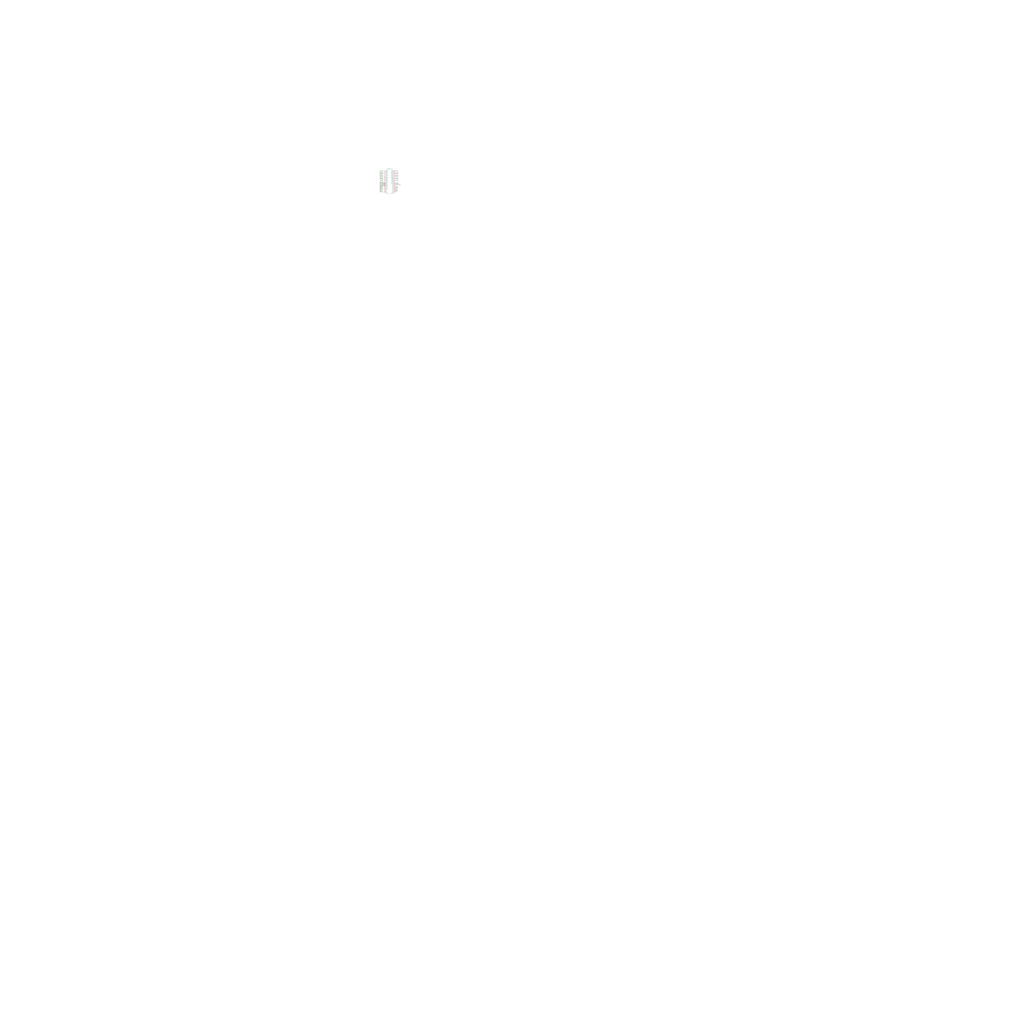
<source format=kicad_sch>
(kicad_sch (version 20231120) (generator "eeschema") (generator_version "8.0")
  (paper "User" 3048 3048)
  (lib_symbols
    (symbol "AS4C8M16SA-6TCN:AS4C8M16SA-6TCN" (pin_names (offset 0.762))
      (property "Reference" "IC" (at 29.21 7.62 0))
      (property "Value" "AS4C8M16SA-6TCN" (at 29.21 5.08 0))
      (symbol "AS4C8M16SA-6TCN_0_0"
        (pin passive line (at 0 0 0) (length 5.08) (name "VDD_1") (number "1"))
        (pin passive line (at 0 -22.86 0) (length 5.08) (name "DQ5") (number "10"))
        (pin passive line (at 0 -25.4 0) (length 5.08) (name "DQ6") (number "11"))
        (pin passive line (at 0 -27.94 0) (length 5.08) (name "VSSQ_2") (number "12"))
        (pin passive line (at 0 -30.48 0) (length 5.08) (name "DQ7") (number "13"))
        (pin passive line (at 0 -33.02 0) (length 5.08) (name "VDD_2") (number "14"))
        (pin passive line (at 0 -35.56 0) (length 5.08) (name "LDQM") (number "15"))
        (pin passive line (at 0 -38.1 0) (length 5.08) (name "WE#") (number "16"))
        (pin passive line (at 0 -40.64 0) (length 5.08) (name "CAS#") (number "17"))
        (pin passive line (at 0 -43.18 0) (length 5.08) (name "RAS#") (number "18"))
        (pin passive line (at 0 -45.72 0) (length 5.08) (name "CS#") (number "19"))
        (pin passive line (at 0 -2.54 0) (length 5.08) (name "DQ0") (number "2"))
        (pin passive line (at 0 -48.26 0) (length 5.08) (name "BA0") (number "20"))
        (pin passive line (at 0 -50.8 0) (length 5.08) (name "BA1") (number "21"))
        (pin passive line (at 0 -53.34 0) (length 5.08) (name "A10/AP") (number "22"))
        (pin passive line (at 0 -55.88 0) (length 5.08) (name "A0") (number "23"))
        (pin passive line (at 0 -58.42 0) (length 5.08) (name "A1") (number "24"))
        (pin passive line (at 0 -60.96 0) (length 5.08) (name "A2") (number "25"))
        (pin passive line (at 0 -63.5 0) (length 5.08) (name "A3") (number "26"))
        (pin passive line (at 0 -66.04 0) (length 5.08) (name "VDD_3") (number "27"))
        (pin passive line (at 33.02 -66.04 180) (length 5.08) (name "VSS_1") (number "28"))
        (pin passive line (at 33.02 -63.5 180) (length 5.08) (name "A4") (number "29"))
        (pin passive line (at 0 -5.08 0) (length 5.08) (name "VDDQ_1") (number "3"))
        (pin passive line (at 33.02 -60.96 180) (length 5.08) (name "A5") (number "30"))
        (pin passive line (at 33.02 -58.42 180) (length 5.08) (name "A6") (number "31"))
        (pin passive line (at 33.02 -55.88 180) (length 5.08) (name "A7") (number "32"))
        (pin passive line (at 33.02 -53.34 180) (length 5.08) (name "A8") (number "33"))
        (pin passive line (at 33.02 -50.8 180) (length 5.08) (name "A9") (number "34"))
        (pin passive line (at 33.02 -48.26 180) (length 5.08) (name "A11") (number "35"))
        (pin no_connect line (at 33.02 -45.72 180) (length 5.08) (name "NC") (number "36"))
        (pin passive line (at 33.02 -43.18 180) (length 5.08) (name "CKE") (number "37"))
        (pin passive line (at 33.02 -40.64 180) (length 5.08) (name "CLK") (number "38"))
        (pin passive line (at 33.02 -38.1 180) (length 5.08) (name "UDQM") (number "39"))
        (pin passive line (at 0 -7.62 0) (length 5.08) (name "DQ1") (number "4"))
        (pin passive line (at 33.02 -35.56 180) (length 5.08) (name "NC/RFU") (number "40"))
        (pin passive line (at 33.02 -33.02 180) (length 5.08) (name "VSS_2") (number "41"))
        (pin passive line (at 33.02 -30.48 180) (length 5.08) (name "DQ8") (number "42"))
        (pin passive line (at 33.02 -27.94 180) (length 5.08) (name "VDDQ_3") (number "43"))
        (pin passive line (at 33.02 -25.4 180) (length 5.08) (name "DQ9") (number "44"))
        (pin passive line (at 33.02 -22.86 180) (length 5.08) (name "DQ10") (number "45"))
        (pin passive line (at 33.02 -20.32 180) (length 5.08) (name "VSSQ_3") (number "46"))
        (pin passive line (at 33.02 -17.78 180) (length 5.08) (name "DQ11") (number "47"))
        (pin passive line (at 33.02 -15.24 180) (length 5.08) (name "DQ12") (number "48"))
        (pin passive line (at 33.02 -12.7 180) (length 5.08) (name "VDDQ_4") (number "49"))
        (pin passive line (at 0 -10.16 0) (length 5.08) (name "DQ2") (number "5"))
        (pin passive line (at 33.02 -10.16 180) (length 5.08) (name "DQ13") (number "50"))
        (pin passive line (at 33.02 -7.62 180) (length 5.08) (name "DQ14") (number "51"))
        (pin passive line (at 33.02 -5.08 180) (length 5.08) (name "VSSQ_4") (number "52"))
        (pin passive line (at 33.02 -2.54 180) (length 5.08) (name "DQ15") (number "53"))
        (pin passive line (at 33.02 0 180) (length 5.08) (name "VSS_3") (number "54"))
        (pin passive line (at 0 -12.7 0) (length 5.08) (name "VSSQ_1") (number "6"))
        (pin passive line (at 0 -15.24 0) (length 5.08) (name "DQ3") (number "7"))
        (pin passive line (at 0 -17.78 0) (length 5.08) (name "DQ4") (number "8"))
        (pin passive line (at 0 -20.32 0) (length 5.08) (name "VDDQ_2") (number "9"))
      )
      (symbol "AS4C8M16SA-6TCN_0_1"
        (polyline (pts (xy 5.08 2.54) (xy 27.94 2.54) (xy 27.94 -68.58) (xy 5.08 -68.58) (xy 5.08 2.54)) (stroke (width 0.1524)))
      )
    )
  )
  (wire (pts (xy 1130.3 538.48) (xy 1143 538.48)))
  (wire (pts (xy 1130.3 541.02) (xy 1143 541.02)))
  (wire (pts (xy 1130.3 574.04) (xy 1143 574.04)))
  (wire (pts (xy 1130.3 563.88) (xy 1143 563.88)))
  (wire (pts (xy 1130.3 530.86) (xy 1143 530.86)))
  (wire (pts (xy 1130.3 561.34) (xy 1143 561.34)))
  (wire (pts (xy 1130.3 546.1) (xy 1143 546.1)))
  (wire (pts (xy 1130.3 558.8) (xy 1143 558.8)))
  (wire (pts (xy 1130.3 513.08) (xy 1143 513.08)))
  (wire (pts (xy 1130.3 543.56) (xy 1143 543.56)))
  (wire (pts (xy 1130.3 515.62) (xy 1143 515.62)))
  (wire (pts (xy 1130.3 518.16) (xy 1143 518.16)))
  (wire (pts (xy 1130.3 548.64) (xy 1143 548.64)))
  (wire (pts (xy 1130.3 556.26) (xy 1143 556.26)))
  (wire (pts (xy 1130.3 568.96) (xy 1143 568.96)))
  (wire (pts (xy 1130.3 533.4) (xy 1143 533.4)))
  (wire (pts (xy 1130.3 523.24) (xy 1143 523.24)))
  (wire (pts (xy 1130.3 553.72) (xy 1143 553.72)))
  (wire (pts (xy 1130.3 566.42) (xy 1143 566.42)))
  (wire (pts (xy 1130.3 510.54) (xy 1143 510.54)))
  (wire (pts (xy 1130.3 528.32) (xy 1143 528.32)))
  (wire (pts (xy 1130.3 525.78) (xy 1143 525.78)))
  (wire (pts (xy 1130.3 571.5) (xy 1143 571.5)))
  (wire (pts (xy 1130.3 520.7) (xy 1143 520.7)))
  (wire (pts (xy 1130.3 551.18) (xy 1143 551.18)))
  (wire (pts (xy 1130.3 535.94) (xy 1143 535.94)))
  (wire (pts (xy 1130.3 508) (xy 1143 508)))
  (label "RAM_DQ15" (at 1176.02 510.54 0))
  (label "RAM_DQ5" (at 1130.3 530.86 0))
  (label "RAM_A9" (at 1176.02 558.8 0))
  (label "RAM_A0" (at 1130.3 563.88 0))
  (label "RAM_ClockEnable" (at 1176.02 551.18 0))
  (label "RAM_A2" (at 1130.3 568.96 0))
  (label "RAM_DQ10" (at 1176.02 530.86 0))
  (label "RAM_Clock" (at 1176.02 548.64 0))
  (label "RAM_A6" (at 1176.02 566.42 0))
  (label "RAM_A5" (at 1176.02 568.96 0))
  (label "RAM_BA0" (at 1130.3 556.26 0))
  (label "RAM_WriteEnable" (at 1130.3 546.1 0))
  (label "RAM_UDQM" (at 1176.02 546.1 0))
  (label "RAM_A10" (at 1130.3 561.34 0))
  (label "RAM_DQ9" (at 1176.02 533.4 0))
  (label "RAM_LDQM" (at 1130.3 543.56 0))
  (label "RAM_A4" (at 1176.02 571.5 0))
  (label "RAM_ChipEnable" (at 1130.3 553.72 0))
  (label "RAM_ColumnStrobe" (at 1130.3 548.64 0))
  (label "RAM_A11" (at 1176.02 556.26 0))
  (label "RAM_DQ4" (at 1130.3 525.78 0))
  (label "RAM_DQ1" (at 1130.3 515.62 0) (effects (font (thickness 0.1588))))
  (label "RAM_DQ11" (at 1176.02 525.78 0))
  (label "RAM_DQ3" (at 1130.3 523.24 0))
  (label "RAM_A3" (at 1130.3 571.5 0))
  (label "RAM_DQ12" (at 1176.02 523.24 0))
  (label "RAM_DQ0" (at 1130.3 510.54 0))
  (label "RAM_DQ13" (at 1176.02 518.16 0))
  (label "RAM_DQ7" (at 1130.3 538.48 0))
  (label "RAM_DQ8" (at 1176.02 538.48 0))
  (label "RAM_DQ2" (at 1130.3 518.16 0))
  (label "RAM_A1" (at 1130.3 566.42 0))
  (label "RAM_DQ14" (at 1176.02 515.62 0))
  (label "RAM_A8" (at 1176.02 561.34 0))
  (label "RAM_A7" (at 1176.02 563.88 0))
  (label "RAM_BA1" (at 1130.3 558.8 0))
  (label "RAM_DQ6" (at 1130.3 533.4 0))
  (label "RAM_RowStrobe" (at 1130.3 551.18 0))
  (symbol (lib_id "AS4C8M16SA-6TCN:AS4C8M16SA-6TCN") (at 1143 508 0) (unit 1)
    (property "Reference" "IC1" (at 1159.51 500.38 0))
    (property "Value" "AS4C8M16SA-6TCN" (at 1159.51 502.92 0))
    (property "Footprint" "SOP80P1176X120-54N" (effects (hide yes)))
    (property "Datasheet" "https://www.alliancememory.com/wp-content/uploads/pdf/dram/128M-AS4C8M16SA.pdf" (effects (hide yes)))
    (property "Description" "DRAM" (effects (hide yes)))
    (property "Description_1" "DRAM" (effects (hide yes)))
    (property "Height" "1.2" (effects (hide yes)))
    (property "Mouser Part Number" "913-4C8M16SA-6TCN" (effects (hide yes)))
    (property "Mouser Price/Stock" "https://www.mouser.co.uk/ProductDetail/Alliance-Memory/AS4C8M16SA-6TCN?qs=os3kWr9Y3%252BAH%252BnoNsfnp3A%3D%3D" (effects (hide yes)))
    (property "Manufacturer_Name" "Alliance Memory" (effects (hide yes)))
    (property "Manufacturer_Part_Number" "AS4C8M16SA-6TCN" (effects (hide yes)))
  )
)
</source>
